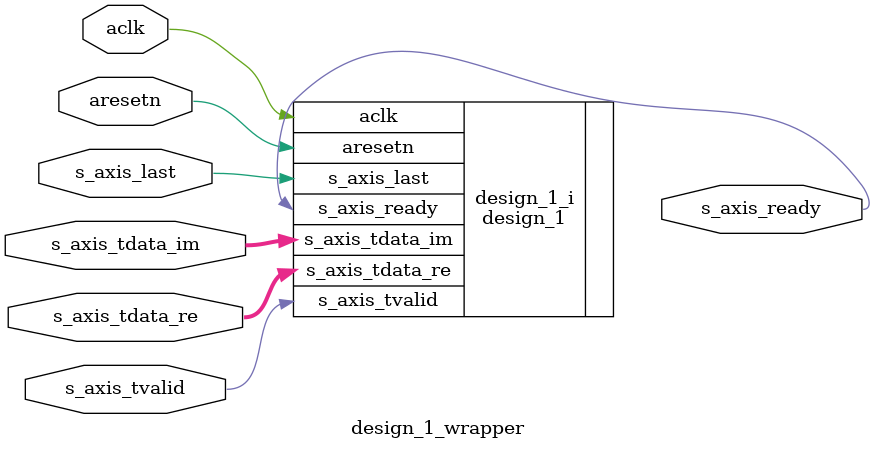
<source format=v>
`timescale 1 ps / 1 ps

module design_1_wrapper
   (aclk,
    aresetn,
    s_axis_last,
    s_axis_ready,
    s_axis_tdata_im,
    s_axis_tdata_re,
    s_axis_tvalid);
  input aclk;
  input aresetn;
  input s_axis_last;
  output [0:0]s_axis_ready;
  input [15:0]s_axis_tdata_im;
  input [15:0]s_axis_tdata_re;
  input s_axis_tvalid;

  wire aclk;
  wire aresetn;
  wire s_axis_last;
  wire [0:0]s_axis_ready;
  wire [15:0]s_axis_tdata_im;
  wire [15:0]s_axis_tdata_re;
  wire s_axis_tvalid;

  design_1 design_1_i
       (.aclk(aclk),
        .aresetn(aresetn),
        .s_axis_last(s_axis_last),
        .s_axis_ready(s_axis_ready),
        .s_axis_tdata_im(s_axis_tdata_im),
        .s_axis_tdata_re(s_axis_tdata_re),
        .s_axis_tvalid(s_axis_tvalid));
endmodule

</source>
